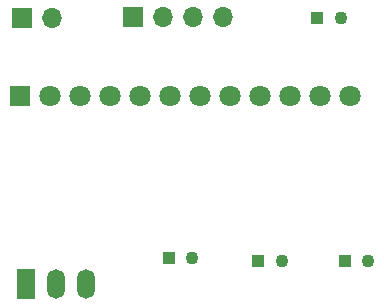
<source format=gbr>
%TF.GenerationSoftware,KiCad,Pcbnew,(6.0.5)*%
%TF.CreationDate,2023-06-19T01:03:16+02:00*%
%TF.ProjectId,PCB_Alimentacion,5043425f-416c-4696-9d65-6e746163696f,rev?*%
%TF.SameCoordinates,Original*%
%TF.FileFunction,Soldermask,Bot*%
%TF.FilePolarity,Negative*%
%FSLAX46Y46*%
G04 Gerber Fmt 4.6, Leading zero omitted, Abs format (unit mm)*
G04 Created by KiCad (PCBNEW (6.0.5)) date 2023-06-19 01:03:16*
%MOMM*%
%LPD*%
G01*
G04 APERTURE LIST*
%ADD10R,1.500000X2.500000*%
%ADD11O,1.500000X2.500000*%
%ADD12C,1.100000*%
%ADD13R,1.100000X1.100000*%
%ADD14R,1.800000X1.800000*%
%ADD15C,1.800000*%
%ADD16R,1.700000X1.700000*%
%ADD17O,1.700000X1.700000*%
G04 APERTURE END LIST*
D10*
%TO.C,U1*%
X118967500Y-97382500D03*
D11*
X121507500Y-97382500D03*
X124047500Y-97382500D03*
%TD*%
D12*
%TO.C,C4*%
X145587500Y-74850000D03*
D13*
X143587500Y-74850000D03*
%TD*%
D14*
%TO.C,PS1*%
X118430000Y-81430000D03*
D15*
X120970000Y-81430000D03*
X123510000Y-81430000D03*
X126050000Y-81430000D03*
X128590000Y-81430000D03*
X131130000Y-81430000D03*
X133670000Y-81430000D03*
X136210000Y-81430000D03*
X138750000Y-81430000D03*
X141290000Y-81430000D03*
X143830000Y-81430000D03*
X146370000Y-81430000D03*
%TD*%
D16*
%TO.C,J2*%
X128000000Y-74800000D03*
D17*
X130540000Y-74800000D03*
X133080000Y-74800000D03*
X135620000Y-74800000D03*
%TD*%
D12*
%TO.C,C3*%
X147937500Y-95400000D03*
D13*
X145937500Y-95400000D03*
%TD*%
D12*
%TO.C,C2*%
X140600000Y-95400000D03*
D13*
X138600000Y-95400000D03*
%TD*%
D16*
%TO.C,J1*%
X118625000Y-74900000D03*
D17*
X121165000Y-74900000D03*
%TD*%
D12*
%TO.C,C1*%
X133037500Y-95150000D03*
D13*
X131037500Y-95150000D03*
%TD*%
M02*

</source>
